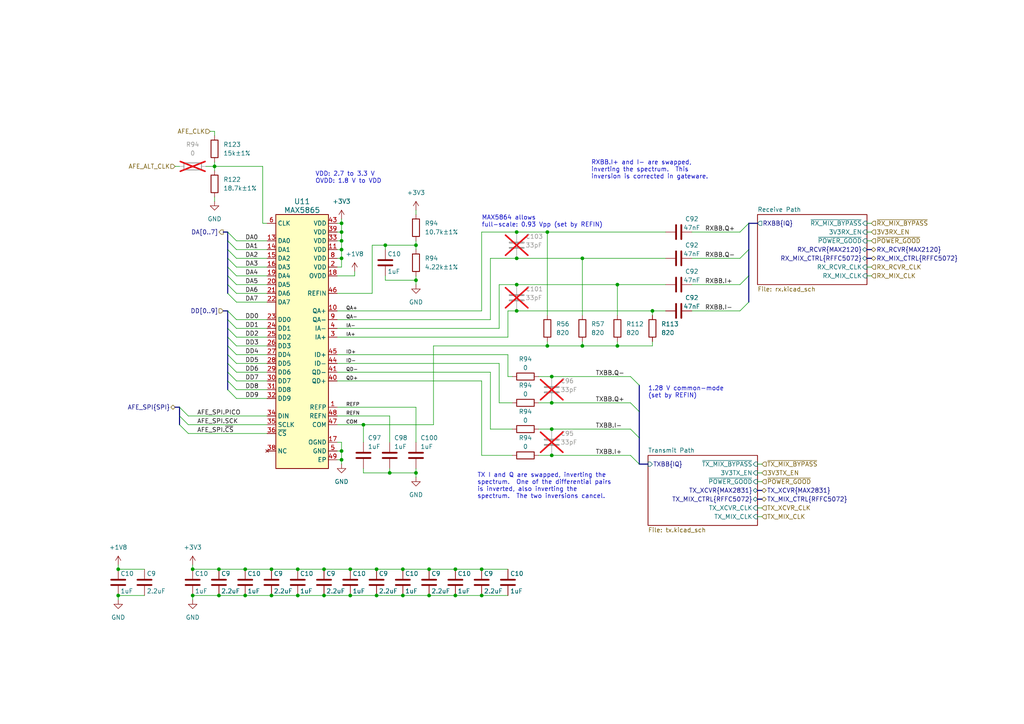
<source format=kicad_sch>
(kicad_sch (version 20230121) (generator eeschema)
  (paper "A4")
  (title_block (title "URTI Mainboard") (date "${DATE}") (rev "${VERSION}") (company "Copyright 2023 Great Scott Gadgets") (comment 1 "Licensed under the CERN-OHL-P v2"))
  (lib_symbols
    (symbol "Device:C" (pin_numbers hide) (pin_names (offset 0.254))
      (property "Reference" "C" (at 0.635 2.54 0))
      (property "Value" "C" (at 0.635 -2.54 0))
      (symbol "C_0_1"
        (polyline (pts (xy -2.032 -0.762) (xy 2.032 -0.762)) (stroke (width 0.508)))
        (polyline (pts (xy -2.032 0.762) (xy 2.032 0.762)) (stroke (width 0.508)))
      )
      (symbol "C_1_1"
        (pin passive line (at 0 3.81 270) (length 2.794) (name "~") (number "1"))
        (pin passive line (at 0 -3.81 90) (length 2.794) (name "~") (number "2"))
      )
    )
    (symbol "Device:R" (pin_numbers hide) (pin_names (offset 0))
      (property "Reference" "R" (at 2.032 0 90))
      (property "Value" "R" (at 0 0 90))
      (symbol "R_0_1"
        (rectangle (start -1.016 -2.54) (end 1.016 2.54) (stroke (width 0.254)))
      )
      (symbol "R_1_1"
        (pin passive line (at 0 3.81 270) (length 1.27) (name "~") (number "1"))
        (pin passive line (at 0 -3.81 90) (length 1.27) (name "~") (number "2"))
      )
    )
    (symbol "GND_1" (power) (pin_names (offset 0))
      (property "Value" "GND_1" (at 0 -3.81 0))
      (symbol "GND_1_0_1"
        (polyline (pts (xy 0 0) (xy 0 -1.27) (xy 1.27 -1.27) (xy 0 -2.54) (xy -1.27 -1.27) (xy 0 -1.27)))
      )
      (symbol "GND_1_1_1"
        (pin power_in line (at 0 0 270) (length 0) hide (name "GND") (number "1"))
      )
    )
    (symbol "power:+1V8" (power) (pin_names (offset 0))
      (property "Value" "+1V8" (at 0 3.556 0))
      (symbol "+1V8_0_1"
        (polyline (pts (xy -0.762 1.27) (xy 0 2.54)))
        (polyline (pts (xy 0 0) (xy 0 2.54)))
        (polyline (pts (xy 0 2.54) (xy 0.762 1.27)))
      )
      (symbol "+1V8_1_1"
        (pin power_in line (at 0 0 90) (length 0) hide (name "+1V8") (number "1"))
      )
    )
    (symbol "power:+3V3" (power) (pin_names (offset 0))
      (property "Value" "+3V3" (at 0 3.556 0))
      (symbol "+3V3_0_1"
        (polyline (pts (xy -0.762 1.27) (xy 0 2.54)))
        (polyline (pts (xy 0 0) (xy 0 2.54)))
        (polyline (pts (xy 0 2.54) (xy 0.762 1.27)))
      )
      (symbol "+3V3_1_1"
        (pin power_in line (at 0 0 90) (length 0) hide (name "+3V3") (number "1"))
      )
    )
    (symbol "radio:MAX5865"
      (property "Reference" "U" (at 0 40.64 0))
      (property "Value" "MAX5865" (at 0 38.1 0))
      (symbol "MAX5865_1_1"
        (rectangle (start -7.62 36.83) (end 7.62 -36.83) (stroke (width 0.254)) (fill (type background)))
        (pin output line (at 10.16 -19.05 180) (length 2.54) (name "REFP") (number "1"))
        (pin input line (at 10.16 8.89 180) (length 2.54) (name "QA+") (number "10"))
        (pin power_in line (at 10.16 26.67 180) (length 2.54) (name "VDD") (number "11"))
        (pin passive line (at 10.16 -31.75 180) (length 2.54) hide (name "GND") (number "12"))
        (pin output line (at -10.16 29.21 0) (length 2.54) (name "DA0") (number "13"))
        (pin output line (at -10.16 26.67 0) (length 2.54) (name "DA1") (number "14"))
        (pin output line (at -10.16 24.13 0) (length 2.54) (name "DA2") (number "15"))
        (pin output line (at -10.16 21.59 0) (length 2.54) (name "DA3") (number "16"))
        (pin power_in line (at 10.16 -29.21 180) (length 2.54) (name "OGND") (number "17"))
        (pin power_in line (at 10.16 19.05 180) (length 2.54) (name "OVDD") (number "18"))
        (pin output line (at -10.16 19.05 0) (length 2.54) (name "DA4") (number "19"))
        (pin power_in line (at 10.16 21.59 180) (length 2.54) (name "VDD") (number "2"))
        (pin output line (at -10.16 16.51 0) (length 2.54) (name "DA5") (number "20"))
        (pin output line (at -10.16 13.97 0) (length 2.54) (name "DA6") (number "21"))
        (pin output line (at -10.16 11.43 0) (length 2.54) (name "DA7") (number "22"))
        (pin input line (at -10.16 6.35 0) (length 2.54) (name "DD0") (number "23"))
        (pin input line (at -10.16 3.81 0) (length 2.54) (name "DD1") (number "24"))
        (pin input line (at -10.16 1.27 0) (length 2.54) (name "DD2") (number "25"))
        (pin input line (at -10.16 -1.27 0) (length 2.54) (name "DD3") (number "26"))
        (pin input line (at -10.16 -3.81 0) (length 2.54) (name "DD4") (number "27"))
        (pin input line (at -10.16 -6.35 0) (length 2.54) (name "DD5") (number "28"))
        (pin input line (at -10.16 -8.89 0) (length 2.54) (name "DD6") (number "29"))
        (pin input line (at 10.16 1.27 180) (length 2.54) (name "IA+") (number "3"))
        (pin input line (at -10.16 -11.43 0) (length 2.54) (name "DD7") (number "30"))
        (pin input line (at -10.16 -13.97 0) (length 2.54) (name "DD8") (number "31"))
        (pin input line (at -10.16 -16.51 0) (length 2.54) (name "DD9") (number "32"))
        (pin power_in line (at 10.16 29.21 180) (length 2.54) (name "VDD") (number "33"))
        (pin input line (at -10.16 -21.59 0) (length 2.54) (name "DIN") (number "34"))
        (pin input line (at -10.16 -24.13 0) (length 2.54) (name "SCLK") (number "35"))
        (pin input line (at -10.16 -26.67 0) (length 2.54) (name "~{CS}") (number "36"))
        (pin passive line (at 10.16 -31.75 180) (length 2.54) hide (name "GND") (number "37"))
        (pin no_connect line (at -10.16 -31.75 0) (length 2.54) (name "NC") (number "38"))
        (pin power_in line (at 10.16 31.75 180) (length 2.54) (name "VDD") (number "39"))
        (pin input line (at 10.16 3.81 180) (length 2.54) (name "IA-") (number "4"))
        (pin output line (at 10.16 -11.43 180) (length 2.54) (name "QD+") (number "40"))
        (pin output line (at 10.16 -8.89 180) (length 2.54) (name "QD-") (number "41"))
        (pin passive line (at 10.16 -31.75 180) (length 2.54) hide (name "GND") (number "42"))
        (pin power_in line (at 10.16 34.29 180) (length 2.54) (name "VDD") (number "43"))
        (pin output line (at 10.16 -6.35 180) (length 2.54) (name "ID-") (number "44"))
        (pin output line (at 10.16 -3.81 180) (length 2.54) (name "ID+") (number "45"))
        (pin input line (at 10.16 13.97 180) (length 2.54) (name "REFIN") (number "46"))
        (pin output line (at 10.16 -24.13 180) (length 2.54) (name "COM") (number "47"))
        (pin output line (at 10.16 -21.59 180) (length 2.54) (name "REFN") (number "48"))
        (pin power_in line (at 10.16 -34.29 180) (length 2.54) (name "EP") (number "49"))
        (pin power_in line (at 10.16 -31.75 180) (length 2.54) (name "GND") (number "5"))
        (pin input line (at -10.16 34.29 0) (length 2.54) (name "CLK") (number "6"))
        (pin passive line (at 10.16 -31.75 180) (length 2.54) hide (name "GND") (number "7"))
        (pin power_in line (at 10.16 24.13 180) (length 2.54) (name "VDD") (number "8"))
        (pin input line (at 10.16 6.35 180) (length 2.54) (name "QA-") (number "9"))
      )
    )
  )
  (bus_alias "IQ" (members "I+" "I-" "Q+" "Q-"))
  (bus_alias "RFFC5072" (members "~{RESET}" "~{EN}" "SCLK" "SDATA" "FM" "LD" "ENBL" "MODE"))
  (junction (at 99.06 64.77))
  (junction (at 139.7 172.72))
  (junction (at 101.6 172.72))
  (junction (at 63.5 172.72))
  (junction (at 93.98 172.72))
  (junction (at 62.23 48.26))
  (junction (at 99.06 133.35))
  (junction (at 160.02 109.22))
  (junction (at 109.22 165.1))
  (junction (at 113.03 137.16))
  (junction (at 99.06 74.93))
  (junction (at 120.65 81.28))
  (junction (at 168.91 74.93))
  (junction (at 78.74 165.1))
  (junction (at 99.06 67.31))
  (junction (at 149.86 74.93))
  (junction (at 158.75 100.33))
  (junction (at 99.06 72.39))
  (junction (at 99.06 69.85))
  (junction (at 99.06 130.81))
  (junction (at 124.46 172.72))
  (junction (at 139.7 165.1))
  (junction (at 116.84 172.72))
  (junction (at 101.6 165.1))
  (junction (at 179.07 82.55))
  (junction (at 105.41 123.19))
  (junction (at 124.46 165.1))
  (junction (at 55.88 172.72))
  (junction (at 93.98 165.1))
  (junction (at 189.23 90.17))
  (junction (at 120.65 137.16))
  (junction (at 120.65 71.12))
  (junction (at 132.08 172.72))
  (junction (at 71.12 172.72))
  (junction (at 160.02 116.84))
  (junction (at 86.36 172.72))
  (junction (at 168.91 100.33))
  (junction (at 86.36 165.1))
  (junction (at 78.74 172.72))
  (junction (at 116.84 165.1))
  (junction (at 132.08 165.1))
  (junction (at 71.12 165.1))
  (junction (at 160.02 124.46))
  (junction (at 111.76 71.12))
  (junction (at 55.88 165.1))
  (junction (at 34.29 172.72))
  (junction (at 34.29 165.1))
  (junction (at 160.02 132.08))
  (junction (at 109.22 172.72))
  (junction (at 158.75 67.31))
  (junction (at 149.86 67.31))
  (junction (at 63.5 165.1))
  (junction (at 179.07 100.33))
  (junction (at 149.86 90.17))
  (junction (at 149.86 82.55))
  (bus_entry (at 66.04 100.33) (size 2.54 2.54))
  (bus_entry (at 182.88 132.08) (size 2.54 2.54))
  (bus_entry (at 66.04 95.25) (size 2.54 2.54))
  (bus_entry (at 66.04 67.31) (size 2.54 2.54))
  (bus_entry (at 214.63 82.55) (size 2.54 -2.54))
  (bus_entry (at 66.04 85.09) (size 2.54 2.54))
  (bus_entry (at 66.04 110.49) (size 2.54 2.54))
  (bus_entry (at 182.88 124.46) (size 2.54 2.54))
  (bus_entry (at 66.04 107.95) (size 2.54 2.54))
  (bus_entry (at 66.04 102.87) (size 2.54 2.54))
  (bus_entry (at 52.07 120.65) (size 2.54 2.54))
  (bus_entry (at 214.63 90.17) (size 2.54 -2.54))
  (bus_entry (at 66.04 72.39) (size 2.54 2.54))
  (bus_entry (at 66.04 77.47) (size 2.54 2.54))
  (bus_entry (at 66.04 82.55) (size 2.54 2.54))
  (bus_entry (at 66.04 92.71) (size 2.54 2.54))
  (bus_entry (at 214.63 74.93) (size 2.54 -2.54))
  (bus_entry (at 214.63 67.31) (size 2.54 -2.54))
  (bus_entry (at 66.04 69.85) (size 2.54 2.54))
  (bus_entry (at 52.07 123.19) (size 2.54 2.54))
  (bus_entry (at 182.88 116.84) (size 2.54 2.54))
  (bus_entry (at 66.04 113.03) (size 2.54 2.54))
  (bus_entry (at 66.04 90.17) (size 2.54 2.54))
  (bus_entry (at 52.07 118.11) (size 2.54 2.54))
  (bus_entry (at 66.04 80.01) (size 2.54 2.54))
  (bus_entry (at 182.88 109.22) (size 2.54 2.54))
  (bus_entry (at 66.04 97.79) (size 2.54 2.54))
  (bus_entry (at 66.04 105.41) (size 2.54 2.54))
  (bus_entry (at 66.04 74.93) (size 2.54 2.54))
  (wire (pts (xy 142.24 124.46) (xy 148.59 124.46)))
  (wire (pts (xy 68.58 80.01) (xy 77.47 80.01)))
  (wire (pts (xy 99.06 77.47) (xy 97.79 77.47)))
  (wire (pts (xy 120.65 118.11) (xy 120.65 128.27)))
  (wire (pts (xy 139.7 132.08) (xy 148.59 132.08)))
  (wire (pts (xy 68.58 107.95) (xy 77.47 107.95)))
  (wire (pts (xy 160.02 109.22) (xy 182.88 109.22)))
  (wire (pts (xy 63.5 165.1) (xy 71.12 165.1)))
  (wire (pts (xy 99.06 130.81) (xy 99.06 133.35)))
  (wire (pts (xy 101.6 172.72) (xy 109.22 172.72)))
  (wire (pts (xy 120.65 71.12) (xy 120.65 72.39)))
  (wire (pts (xy 120.65 81.28) (xy 120.65 82.55)))
  (wire (pts (xy 179.07 82.55) (xy 193.04 82.55)))
  (bus (pts (xy 64.77 90.17) (xy 66.04 90.17)))
  (bus (pts (xy 185.42 119.38) (xy 185.42 127)))
  (wire (pts (xy 111.76 71.12) (xy 120.65 71.12)))
  (wire (pts (xy 132.08 165.1) (xy 139.7 165.1)))
  (wire (pts (xy 97.79 97.79) (xy 147.32 97.79)))
  (wire (pts (xy 99.06 69.85) (xy 99.06 72.39)))
  (wire (pts (xy 97.79 67.31) (xy 99.06 67.31)))
  (wire (pts (xy 99.06 67.31) (xy 99.06 69.85)))
  (bus (pts (xy 66.04 105.41) (xy 66.04 107.95)))
  (wire (pts (xy 120.65 137.16) (xy 120.65 135.89)))
  (wire (pts (xy 62.23 48.26) (xy 62.23 49.53)))
  (wire (pts (xy 113.03 120.65) (xy 113.03 128.27)))
  (wire (pts (xy 168.91 74.93) (xy 193.04 74.93)))
  (wire (pts (xy 97.79 85.09) (xy 107.95 85.09)))
  (bus (pts (xy 66.04 107.95) (xy 66.04 110.49)))
  (bus (pts (xy 66.04 82.55) (xy 66.04 85.09)))
  (wire (pts (xy 86.36 172.72) (xy 93.98 172.72)))
  (wire (pts (xy 34.29 172.72) (xy 41.91 172.72)))
  (bus (pts (xy 66.04 77.47) (xy 66.04 80.01)))
  (wire (pts (xy 97.79 69.85) (xy 99.06 69.85)))
  (wire (pts (xy 144.78 116.84) (xy 148.59 116.84)))
  (wire (pts (xy 105.41 137.16) (xy 113.03 137.16)))
  (bus (pts (xy 66.04 69.85) (xy 66.04 72.39)))
  (wire (pts (xy 97.79 74.93) (xy 99.06 74.93)))
  (wire (pts (xy 76.2 48.26) (xy 76.2 64.77)))
  (bus (pts (xy 217.17 72.39) (xy 217.17 64.77)))
  (bus (pts (xy 185.42 134.62) (xy 187.96 134.62)))
  (wire (pts (xy 63.5 172.72) (xy 71.12 172.72)))
  (wire (pts (xy 34.29 163.83) (xy 34.29 165.1)))
  (wire (pts (xy 97.79 130.81) (xy 99.06 130.81)))
  (wire (pts (xy 60.96 38.1) (xy 62.23 38.1)))
  (wire (pts (xy 149.86 67.31) (xy 158.75 67.31)))
  (wire (pts (xy 93.98 165.1) (xy 101.6 165.1)))
  (wire (pts (xy 156.21 132.08) (xy 160.02 132.08)))
  (wire (pts (xy 76.2 64.77) (xy 77.47 64.77)))
  (wire (pts (xy 71.12 172.72) (xy 78.74 172.72)))
  (wire (pts (xy 101.6 165.1) (xy 109.22 165.1)))
  (wire (pts (xy 139.7 172.72) (xy 147.32 172.72)))
  (wire (pts (xy 97.79 123.19) (xy 105.41 123.19)))
  (wire (pts (xy 105.41 135.89) (xy 105.41 137.16)))
  (bus (pts (xy 219.71 144.78) (xy 220.98 144.78)))
  (wire (pts (xy 97.79 90.17) (xy 139.7 90.17)))
  (wire (pts (xy 113.03 135.89) (xy 113.03 137.16)))
  (wire (pts (xy 160.02 116.84) (xy 182.88 116.84)))
  (wire (pts (xy 124.46 165.1) (xy 132.08 165.1)))
  (wire (pts (xy 251.46 69.85) (xy 252.73 69.85)))
  (wire (pts (xy 97.79 133.35) (xy 99.06 133.35)))
  (wire (pts (xy 99.06 128.27) (xy 99.06 130.81)))
  (wire (pts (xy 99.06 63.5) (xy 99.06 64.77)))
  (wire (pts (xy 142.24 92.71) (xy 142.24 74.93)))
  (bus (pts (xy 66.04 97.79) (xy 66.04 100.33)))
  (wire (pts (xy 189.23 90.17) (xy 193.04 90.17)))
  (wire (pts (xy 59.69 48.26) (xy 62.23 48.26)))
  (bus (pts (xy 66.04 100.33) (xy 66.04 102.87)))
  (wire (pts (xy 68.58 102.87) (xy 77.47 102.87)))
  (wire (pts (xy 149.86 74.93) (xy 168.91 74.93)))
  (wire (pts (xy 99.06 74.93) (xy 99.06 77.47)))
  (bus (pts (xy 52.07 120.65) (xy 52.07 123.19)))
  (wire (pts (xy 68.58 110.49) (xy 77.47 110.49)))
  (bus (pts (xy 217.17 87.63) (xy 217.17 80.01)))
  (bus (pts (xy 66.04 72.39) (xy 66.04 74.93)))
  (wire (pts (xy 111.76 81.28) (xy 120.65 81.28)))
  (wire (pts (xy 158.75 100.33) (xy 168.91 100.33)))
  (bus (pts (xy 50.8 118.11) (xy 52.07 118.11)))
  (wire (pts (xy 86.36 165.1) (xy 93.98 165.1)))
  (wire (pts (xy 156.21 124.46) (xy 160.02 124.46)))
  (wire (pts (xy 214.63 82.55) (xy 200.66 82.55)))
  (wire (pts (xy 147.32 109.22) (xy 148.59 109.22)))
  (wire (pts (xy 107.95 71.12) (xy 111.76 71.12)))
  (wire (pts (xy 68.58 82.55) (xy 77.47 82.55)))
  (wire (pts (xy 68.58 115.57) (xy 77.47 115.57)))
  (wire (pts (xy 168.91 100.33) (xy 179.07 100.33)))
  (bus (pts (xy 66.04 95.25) (xy 66.04 97.79)))
  (wire (pts (xy 125.73 100.33) (xy 158.75 100.33)))
  (wire (pts (xy 109.22 165.1) (xy 116.84 165.1)))
  (wire (pts (xy 55.88 165.1) (xy 55.88 163.83)))
  (wire (pts (xy 97.79 107.95) (xy 142.24 107.95)))
  (wire (pts (xy 251.46 67.31) (xy 252.73 67.31)))
  (wire (pts (xy 111.76 71.12) (xy 111.76 72.39)))
  (wire (pts (xy 116.84 165.1) (xy 124.46 165.1)))
  (bus (pts (xy 64.77 67.31) (xy 66.04 67.31)))
  (bus (pts (xy 66.04 92.71) (xy 66.04 95.25)))
  (wire (pts (xy 120.65 138.43) (xy 120.65 137.16)))
  (wire (pts (xy 102.87 78.74) (xy 102.87 80.01)))
  (wire (pts (xy 62.23 46.99) (xy 62.23 48.26)))
  (wire (pts (xy 147.32 90.17) (xy 149.86 90.17)))
  (bus (pts (xy 185.42 111.76) (xy 185.42 119.38)))
  (wire (pts (xy 200.66 67.31) (xy 214.63 67.31)))
  (bus (pts (xy 66.04 80.01) (xy 66.04 82.55)))
  (bus (pts (xy 185.42 127) (xy 185.42 134.62)))
  (wire (pts (xy 97.79 80.01) (xy 102.87 80.01)))
  (wire (pts (xy 158.75 67.31) (xy 193.04 67.31)))
  (wire (pts (xy 68.58 97.79) (xy 77.47 97.79)))
  (wire (pts (xy 189.23 99.06) (xy 189.23 100.33)))
  (wire (pts (xy 34.29 173.99) (xy 34.29 172.72)))
  (wire (pts (xy 68.58 77.47) (xy 77.47 77.47)))
  (wire (pts (xy 68.58 74.93) (xy 77.47 74.93)))
  (bus (pts (xy 217.17 80.01) (xy 217.17 72.39)))
  (wire (pts (xy 97.79 105.41) (xy 144.78 105.41)))
  (bus (pts (xy 66.04 90.17) (xy 66.04 92.71)))
  (bus (pts (xy 66.04 110.49) (xy 66.04 113.03)))
  (wire (pts (xy 156.21 116.84) (xy 160.02 116.84)))
  (wire (pts (xy 55.88 172.72) (xy 55.88 173.99)))
  (wire (pts (xy 55.88 165.1) (xy 63.5 165.1)))
  (wire (pts (xy 68.58 113.03) (xy 77.47 113.03)))
  (wire (pts (xy 219.71 147.32) (xy 220.98 147.32)))
  (wire (pts (xy 160.02 124.46) (xy 182.88 124.46)))
  (wire (pts (xy 251.46 77.47) (xy 252.73 77.47)))
  (wire (pts (xy 139.7 90.17) (xy 139.7 67.31)))
  (wire (pts (xy 93.98 172.72) (xy 101.6 172.72)))
  (wire (pts (xy 97.79 120.65) (xy 113.03 120.65)))
  (bus (pts (xy 251.46 72.39) (xy 252.73 72.39)))
  (wire (pts (xy 97.79 118.11) (xy 120.65 118.11)))
  (wire (pts (xy 97.79 95.25) (xy 144.78 95.25)))
  (wire (pts (xy 147.32 97.79) (xy 147.32 90.17)))
  (wire (pts (xy 219.71 137.16) (xy 220.98 137.16)))
  (wire (pts (xy 50.8 48.26) (xy 52.07 48.26)))
  (wire (pts (xy 156.21 109.22) (xy 160.02 109.22)))
  (wire (pts (xy 54.61 120.65) (xy 77.47 120.65)))
  (wire (pts (xy 144.78 82.55) (xy 144.78 95.25)))
  (wire (pts (xy 97.79 92.71) (xy 142.24 92.71)))
  (wire (pts (xy 214.63 90.17) (xy 200.66 90.17)))
  (wire (pts (xy 158.75 91.44) (xy 158.75 67.31)))
  (bus (pts (xy 66.04 74.93) (xy 66.04 77.47)))
  (wire (pts (xy 120.65 69.85) (xy 120.65 71.12)))
  (wire (pts (xy 251.46 80.01) (xy 252.73 80.01)))
  (wire (pts (xy 97.79 110.49) (xy 139.7 110.49)))
  (wire (pts (xy 34.29 165.1) (xy 41.91 165.1)))
  (wire (pts (xy 113.03 137.16) (xy 120.65 137.16)))
  (wire (pts (xy 220.98 139.7) (xy 219.71 139.7)))
  (wire (pts (xy 54.61 125.73) (xy 77.47 125.73)))
  (wire (pts (xy 99.06 72.39) (xy 99.06 74.93)))
  (wire (pts (xy 68.58 100.33) (xy 77.47 100.33)))
  (wire (pts (xy 62.23 38.1) (xy 62.23 39.37)))
  (bus (pts (xy 52.07 118.11) (xy 52.07 120.65)))
  (wire (pts (xy 149.86 90.17) (xy 189.23 90.17)))
  (wire (pts (xy 120.65 60.96) (xy 120.65 62.23)))
  (wire (pts (xy 105.41 123.19) (xy 105.41 128.27)))
  (wire (pts (xy 160.02 132.08) (xy 182.88 132.08)))
  (wire (pts (xy 99.06 133.35) (xy 99.06 134.62)))
  (wire (pts (xy 62.23 57.15) (xy 62.23 58.42)))
  (wire (pts (xy 54.61 123.19) (xy 77.47 123.19)))
  (wire (pts (xy 214.63 74.93) (xy 200.66 74.93)))
  (wire (pts (xy 78.74 165.1) (xy 86.36 165.1)))
  (wire (pts (xy 97.79 64.77) (xy 99.06 64.77)))
  (wire (pts (xy 168.91 74.93) (xy 168.91 91.44)))
  (wire (pts (xy 132.08 172.72) (xy 139.7 172.72)))
  (wire (pts (xy 109.22 172.72) (xy 116.84 172.72)))
  (wire (pts (xy 158.75 99.06) (xy 158.75 100.33)))
  (wire (pts (xy 149.86 82.55) (xy 179.07 82.55)))
  (wire (pts (xy 105.41 123.19) (xy 125.73 123.19)))
  (wire (pts (xy 189.23 90.17) (xy 189.23 91.44)))
  (wire (pts (xy 179.07 99.06) (xy 179.07 100.33)))
  (wire (pts (xy 142.24 74.93) (xy 149.86 74.93)))
  (wire (pts (xy 68.58 85.09) (xy 77.47 85.09)))
  (wire (pts (xy 99.06 64.77) (xy 99.06 67.31)))
  (wire (pts (xy 107.95 85.09) (xy 107.95 71.12)))
  (wire (pts (xy 219.71 134.62) (xy 220.98 134.62)))
  (wire (pts (xy 68.58 95.25) (xy 77.47 95.25)))
  (wire (pts (xy 78.74 172.72) (xy 86.36 172.72)))
  (wire (pts (xy 120.65 80.01) (xy 120.65 81.28)))
  (bus (pts (xy 66.04 67.31) (xy 66.04 69.85)))
  (wire (pts (xy 97.79 128.27) (xy 99.06 128.27)))
  (wire (pts (xy 111.76 80.01) (xy 111.76 81.28)))
  (wire (pts (xy 139.7 67.31) (xy 149.86 67.31)))
  (wire (pts (xy 68.58 92.71) (xy 77.47 92.71)))
  (wire (pts (xy 68.58 105.41) (xy 77.47 105.41)))
  (wire (pts (xy 68.58 87.63) (xy 77.47 87.63)))
  (wire (pts (xy 179.07 82.55) (xy 179.07 91.44)))
  (wire (pts (xy 97.79 72.39) (xy 99.06 72.39)))
  (wire (pts (xy 116.84 172.72) (xy 124.46 172.72)))
  (wire (pts (xy 124.46 172.72) (xy 132.08 172.72)))
  (wire (pts (xy 251.46 64.77) (xy 252.73 64.77)))
  (wire (pts (xy 71.12 165.1) (xy 78.74 165.1)))
  (wire (pts (xy 219.71 149.86) (xy 220.98 149.86)))
  (wire (pts (xy 144.78 105.41) (xy 144.78 116.84)))
  (wire (pts (xy 68.58 72.39) (xy 77.47 72.39)))
  (wire (pts (xy 179.07 100.33) (xy 189.23 100.33)))
  (bus (pts (xy 217.17 64.77) (xy 219.71 64.77)))
  (wire (pts (xy 97.79 102.87) (xy 147.32 102.87)))
  (wire (pts (xy 149.86 82.55) (xy 144.78 82.55)))
  (bus (pts (xy 219.71 142.24) (xy 220.98 142.24)))
  (wire (pts (xy 68.58 69.85) (xy 77.47 69.85)))
  (wire (pts (xy 55.88 172.72) (xy 63.5 172.72)))
  (wire (pts (xy 147.32 109.22) (xy 147.32 102.87)))
  (wire (pts (xy 142.24 107.95) (xy 142.24 124.46)))
  (wire (pts (xy 125.73 123.19) (xy 125.73 100.33)))
  (wire (pts (xy 168.91 99.06) (xy 168.91 100.33)))
  (bus (pts (xy 251.46 74.93) (xy 252.73 74.93)))
  (wire (pts (xy 62.23 48.26) (xy 76.2 48.26)))
  (wire (pts (xy 139.7 165.1) (xy 147.32 165.1)))
  (bus (pts (xy 66.04 102.87) (xy 66.04 105.41)))
  (wire (pts (xy 139.7 110.49) (xy 139.7 132.08)))
  (text "MAX5864 allows\nfull-scale: 0.93 Vpp (set by REFIN)" (at 139.7 66.04 0) (effects (font (size 1.27 1.27)) (justify left bottom)))
  (text "VDD: 2.7 to 3.3 V\nOVDD: 1.8 V to VDD" (at 91.44 53.34 0) (effects (font (size 1.27 1.27)) (justify left bottom)))
  (text "RXBB.I+ and I- are swapped,\ninverting the spectrum.  This\ninversion is corrected in gateware." (at 171.45 52.07 0) (effects (font (size 1.27 1.27)) (justify left bottom)))
  (text "1.28 V common-mode\n(set by REFIN)" (at 187.96 115.57 0) (effects (font (size 1.27 1.27)) (justify left bottom)))
  (text "TX I and Q are swapped, inverting the\nspectrum.  One of the differential pairs\nis inverted, also inverting the\nspectrum.  The two inversions cancel." (at 138.43 144.78 0) (effects (font (size 1.27 1.27)) (justify left bottom)))
  (label "AFE_SPI.SCK" (at 57.15 123.19 0))
  (label "QD+" (at 100.33 110.49 0) (effects (font (size 1.016 1.016))))
  (label "TXBB.I+" (at 172.72 132.08 0))
  (label "TXBB.I-" (at 172.72 124.46 0))
  (label "ID+" (at 100.33 102.87 0) (effects (font (size 1.016 1.016))))
  (label "REFP" (at 100.33 118.11 0) (effects (font (size 1.016 1.016))))
  (label "DD1" (at 71.12 95.25 0))
  (label "IA-" (at 100.33 95.25 0) (effects (font (size 1.016 1.016))))
  (label "RXBB.I+" (at 204.47 82.55 0))
  (label "RXBB.I-" (at 204.47 90.17 0))
  (label "REFN" (at 100.33 120.65 0) (effects (font (size 1.016 1.016))))
  (label "QD-" (at 100.33 107.95 0) (effects (font (size 1.016 1.016))))
  (label "DD4" (at 71.12 102.87 0))
  (label "DD2" (at 71.12 97.79 0))
  (label "DD8" (at 71.12 113.03 0))
  (label "AFE_SPI.PICO" (at 57.15 120.65 0))
  (label "COM" (at 100.33 123.19 0) (effects (font (size 1.016 1.016))))
  (label "DA6" (at 71.12 85.09 0))
  (label "RXBB.Q-" (at 204.47 74.93 0))
  (label "AFE_SPI.~{CS}" (at 57.15 125.73 0))
  (label "DD3" (at 71.12 100.33 0))
  (label "ID-" (at 100.33 105.41 0) (effects (font (size 1.016 1.016))))
  (label "DA5" (at 71.12 82.55 0))
  (label "DA4" (at 71.12 80.01 0))
  (label "DD6" (at 71.12 107.95 0))
  (label "DA3" (at 71.12 77.47 0))
  (label "DA2" (at 71.12 74.93 0))
  (label "TXBB.Q-" (at 172.72 109.22 0))
  (label "RXBB.Q+" (at 204.47 67.31 0))
  (label "QA+" (at 100.33 90.17 0) (effects (font (size 1.016 1.016))))
  (label "IA+" (at 100.33 97.79 0) (effects (font (size 1.016 1.016))))
  (label "TXBB.Q+" (at 172.72 116.84 0))
  (label "DD7" (at 71.12 110.49 0))
  (label "DA0" (at 71.12 69.85 0))
  (label "DA7" (at 71.12 87.63 0))
  (label "DD0" (at 71.12 92.71 0))
  (label "DD9" (at 71.12 115.57 0))
  (label "DA1" (at 71.12 72.39 0))
  (label "QA-" (at 100.33 92.71 0) (effects (font (size 1.016 1.016))))
  (label "DD5" (at 71.12 105.41 0))
  (hierarchical_label "RX_MIX_CLK" (shape input) (at 252.73 80.01 0))
  (hierarchical_label "TX_MIX_CTRL{RFFC5072}" (shape bidirectional) (at 220.98 144.78 0))
  (hierarchical_label "~{POWER_GOOD}" (shape input) (at 252.73 69.85 0))
  (hierarchical_label "3V3TX_EN" (shape input) (at 220.98 137.16 0))
  (hierarchical_label "~{TX_MIX_BYPASS}" (shape input) (at 220.98 134.62 0))
  (hierarchical_label "DA[0..7]" (shape output) (at 64.77 67.31 180))
  (hierarchical_label "TX_XCVR{MAX2831}" (shape bidirectional) (at 220.98 142.24 0))
  (hierarchical_label "AFE_ALT_CLK" (shape input) (at 50.8 48.26 180))
  (hierarchical_label "3V3RX_EN" (shape input) (at 252.73 67.31 0))
  (hierarchical_label "RX_RCVR{MAX2120}" (shape bidirectional) (at 252.73 72.39 0))
  (hierarchical_label "~{POWER_GOOD}" (shape input) (at 220.98 139.7 0))
  (hierarchical_label "DD[0..9]" (shape input) (at 64.77 90.17 180))
  (hierarchical_label "TX_XCVR_CLK" (shape input) (at 220.98 147.32 0))
  (hierarchical_label "RX_RCVR_CLK" (shape input) (at 252.73 77.47 0))
  (hierarchical_label "AFE_SPI{SPI}" (shape bidirectional) (at 50.8 118.11 180))
  (hierarchical_label "~{RX_MIX_BYPASS}" (shape input) (at 252.73 64.77 0))
  (hierarchical_label "AFE_CLK" (shape input) (at 60.96 38.1 180))
  (hierarchical_label "RX_MIX_CTRL{RFFC5072}" (shape bidirectional) (at 252.73 74.93 0))
  (hierarchical_label "TX_MIX_CLK" (shape input) (at 220.98 149.86 0))
  (symbol (lib_id "Device:C") (at 105.41 132.08 0) (unit 1)
    (property "Reference" "C97" (at 106.68 127 0) (effects (justify left)))
    (property "Value" "1uF" (at 106.68 129.54 0) (effects (justify left)))
    (property "Footprint" "Capacitor_SMD:C_0201_0603Metric" (effects hide))
    (property "Manufacturer" "Murata" (effects hide))
    (property "Part Number" "GRM033R61A105ME44D" (effects hide))
    (property "Description" "CAP CER 1UF 10V X5R 0201" (effects hide))
    (property "Substitution" "GRM033R61A105ME44*, GRM033R61C105ME15*, Samsung CL03A105MO3NRN*" (effects hide))
    (instances (project "hackrf-one" (path "" (reference "C97") (unit 1))) (project "mainboard" (path "" (reference "C71") (unit 1))))
  )
  (symbol (lib_id "Device:R") (at 120.65 66.04 0) (mirror y) (unit 1)
    (property "Reference" "R94" (at 123.19 64.77 0) (effects (justify right)))
    (property "Value" "10.7k±1%" (at 123.19 67.31 0) (effects (justify right)))
    (property "Footprint" "Resistor_SMD:R_0402_1005Metric" (effects hide))
    (property "Part Number" "RC0402FR-0710K7L" (effects hide))
    (property "Substitution" "any equivalent" (effects hide))
    (property "Description" "RES 10.7K OHM 1% 1/16W 0402" (effects hide))
    (property "Manufacturer" "Yageo" (effects hide))
    (instances (project "mainboard" (path "" (reference "R94") (unit 1)) (path "" (reference "R54") (unit 1))))
  )
  (symbol (lib_id "Device:C") (at 116.84 168.91 0) (unit 1)
    (property "Reference" "C10" (at 117.475 166.37 0) (effects (justify left)))
    (property "Value" "1uF" (at 117.475 171.45 0) (effects (justify left)))
    (property "Footprint" "Capacitor_SMD:C_0201_0603Metric" (effects hide))
    (property "Part Number" "GRM033R61A105ME44D" (effects hide))
    (property "Substitution" "GRM033R61A105ME44*, GRM033R61C105ME15*, Samsung CL03A105MO3NRN*" (effects hide))
    (property "Description" "CAP CER 1UF 10V X5R 0201" (effects hide))
    (property "Manufacturer" "Murata" (effects hide))
    (instances (project "mainboard" (path "" (reference "C10") (unit 1)) (path "" (reference "C76") (unit 1))))
  )
  (symbol (lib_id "Device:R") (at 189.23 95.25 0) (mirror y) (unit 1)
    (property "Reference" "R113" (at 191.77 93.98 0) (effects (justify right)))
    (property "Value" "820" (at 191.77 96.52 0) (effects (justify right)))
    (instances (project "mainboard" (path "" (reference "R113") (unit 1)) (path "" (reference "R59") (unit 1)) (path "" (reference "R63") (unit 1))))
  )
  (symbol (lib_name "GND_1") (lib_id "power:GND") (at 99.06 134.62 0) (unit 1)
    (property "Reference" "#PWR0184" (effects hide))
    (property "Value" "GND" (at 99.06 139.7 0))
  )
  (symbol (lib_id "Device:R") (at 152.4 124.46 270) (mirror x) (unit 1)
    (property "Reference" "R94" (at 152.4 119.38 90))
    (property "Value" "0" (at 152.4 121.92 90))
    (property "Footprint" "Resistor_SMD:R_0201_0603Metric" (effects hide))
    (property "Substitution" "any equivalent" (effects hide))
    (instances (project "mainboard" (path "" (reference "R94") (unit 1)) (path "" (reference "R52") (unit 1))))
  )
  (symbol (lib_id "power:+3V3") (at 120.65 60.96 0) (unit 1)
    (property "Reference" "#PWR0179" (effects hide))
    (property "Value" "+3V3" (at 120.65 55.88 0))
  )
  (symbol (lib_id "Device:C") (at 111.76 76.2 0) (unit 1)
    (property "Reference" "C10" (at 112.395 73.66 0) (effects (justify left)))
    (property "Value" "1uF" (at 112.395 78.74 0) (effects (justify left)))
    (property "Footprint" "Capacitor_SMD:C_0201_0603Metric" (effects hide))
    (property "Part Number" "GRM033R61A105ME44D" (effects hide))
    (property "Substitution" "GRM033R61A105ME44*, GRM033R61C105ME15*, Samsung CL03A105MO3NRN*" (effects hide))
    (property "Description" "CAP CER 1UF 10V X5R 0201" (effects hide))
    (property "Manufacturer" "Murata" (effects hide))
    (instances (project "mainboard" (path "" (reference "C10") (unit 1)) (path "" (reference "C165") (unit 1))))
  )
  (symbol (lib_id "Device:R") (at 62.23 53.34 0) (unit 1)
    (property "Reference" "R122" (at 64.77 52.07 0) (effects (justify left)))
    (property "Value" "18.7k±1%" (at 64.77 54.61 0) (effects (justify left)))
    (property "Footprint" "Resistor_SMD:R_0402_1005Metric" (effects hide))
    (property "Description" "RES SMD 18.7K OHM 1% 1/10W 0402" (effects hide))
    (property "Manufacturer" "Panasonic" (effects hide))
    (property "Part Number" "ERJ-2RKF1872X" (effects hide))
    (property "Substitution" "any equivalent" (effects hide))
    (instances (project "mainboard" (path "" (reference "R122") (unit 1)) (path "" (reference "R31") (unit 1))))
  )
  (symbol (lib_id "Device:C") (at 160.02 113.03 0) (unit 1) (dnp yes)
    (property "Reference" "C96" (at 162.56 110.49 0) (effects (justify left)))
    (property "Value" "33pF" (at 162.56 113.03 0) (effects (justify left)))
    (property "Footprint" "Capacitor_SMD:C_0201_0603Metric" (effects hide))
    (property "Manufacturer" "Samsung" (effects hide))
    (property "Part Number" "CL03C330JA3NNNC" (effects hide))
    (property "Description" "CAP CER 33PF 25V C0G/NP0 0201" (effects hide))
    (instances (project "hackrf-one" (path "" (reference "C96") (unit 1))) (project "mainboard" (path "" (reference "C61") (unit 1))))
  )
  (symbol (lib_id "Device:R") (at 179.07 95.25 0) (mirror y) (unit 1)
    (property "Reference" "R112" (at 181.61 93.98 0) (effects (justify right)))
    (property "Value" "820" (at 181.61 96.52 0) (effects (justify right)))
    (instances (project "mainboard" (path "" (reference "R112") (unit 1)) (path "" (reference "R59") (unit 1)) (path "" (reference "R63") (unit 1))))
  )
  (symbol (lib_id "Device:C") (at 71.12 168.91 0) (unit 1)
    (property "Reference" "C10" (at 71.755 166.37 0) (effects (justify left)))
    (property "Value" "1uF" (at 71.755 171.45 0) (effects (justify left)))
    (property "Footprint" "Capacitor_SMD:C_0201_0603Metric" (effects hide))
    (property "Part Number" "GRM033R61A105ME44D" (effects hide))
    (property "Substitution" "GRM033R61A105ME44*, GRM033R61C105ME15*, Samsung CL03A105MO3NRN*" (effects hide))
    (property "Description" "CAP CER 1UF 10V X5R 0201" (effects hide))
    (property "Manufacturer" "Murata" (effects hide))
    (instances (project "mainboard" (path "" (reference "C10") (unit 1)) (path "" (reference "C67") (unit 1))))
  )
  (symbol (lib_id "Device:R") (at 152.4 116.84 270) (mirror x) (unit 1)
    (property "Reference" "R94" (at 152.4 111.76 90))
    (property "Value" "0" (at 152.4 114.3 90))
    (property "Footprint" "Resistor_SMD:R_0201_0603Metric" (effects hide))
    (property "Substitution" "any equivalent" (effects hide))
    (instances (project "mainboard" (path "" (reference "R94") (unit 1)) (path "" (reference "R51") (unit 1))))
  )
  (symbol (lib_id "Device:C") (at 196.85 67.31 90) (unit 1)
    (property "Reference" "C92" (at 200.66 63.5 90))
    (property "Value" "47nF" (at 200.66 66.04 90))
    (property "Footprint" "Capacitor_SMD:C_0201_0603Metric" (effects hide))
    (instances (project "mainboard" (path "" (reference "C92") (unit 1)) (path "" (reference "C100") (unit 1))))
  )
  (symbol (lib_id "Device:C") (at 149.86 86.36 180) (unit 1) (dnp yes)
    (property "Reference" "C101" (at 152.4 83.82 0) (effects (justify right)))
    (property "Value" "33pF" (at 152.4 86.36 0) (effects (justify right)))
    (property "Footprint" "Capacitor_SMD:C_0201_0603Metric" (effects hide))
    (property "Manufacturer" "Samsung" (effects hide))
    (property "Part Number" "CL03C330JA3NNNC" (effects hide))
    (property "Description" "CAP CER 33PF 25V C0G/NP0 0201" (effects hide))
    (instances (project "hackrf-one" (path "" (reference "C101") (unit 1))) (project "mainboard" (path "" (reference "C64") (unit 1))))
  )
  (symbol (lib_id "power:+3V3") (at 55.88 163.83 0) (unit 1)
    (property "Reference" "#PWR0158" (effects hide))
    (property "Value" "+3V3" (at 55.88 158.75 0))
  )
  (symbol (lib_id "Device:C") (at 41.91 168.91 0) (unit 1)
    (property "Reference" "C9" (at 42.545 166.37 0) (effects (justify left)))
    (property "Value" "2.2uF" (at 42.545 171.45 0) (effects (justify left)))
    (property "Footprint" "Capacitor_SMD:C_0402_1005Metric" (effects hide))
    (property "Description" "CAP CER 2.2UF 10V X5R 0402" (effects hide))
    (property "Manufacturer" "Murata" (effects hide))
    (property "Part Number" "GRM155R61A225KE95D" (effects hide))
    (property "Substitution" "GRM155R61A225*" (effects hide))
    (instances (project "mainboard" (path "" (reference "C9") (unit 1)) (path "" (reference "C82") (unit 1))))
  )
  (symbol (lib_id "power:+1V8") (at 34.29 163.83 0) (unit 1)
    (property "Reference" "#PWR0108" (effects hide))
    (property "Value" "+1V8" (at 34.29 158.75 0))
    (instances (project "mainboard" (path "" (reference "#PWR0108") (unit 1)) (path "" (reference "#PWR0153") (unit 1)) (path "" (reference "#PWR0178") (unit 1))))
  )
  (symbol (lib_id "Device:R") (at 168.91 95.25 0) (mirror y) (unit 1)
    (property "Reference" "R57" (at 171.45 93.98 0) (effects (justify right)))
    (property "Value" "820" (at 171.45 96.52 0) (effects (justify right)))
    (instances (project "mainboard" (path "" (reference "R57") (unit 1)) (path "" (reference "R59") (unit 1)) (path "" (reference "R63") (unit 1))))
  )
  (symbol (lib_id "Device:C") (at 101.6 168.91 0) (unit 1)
    (property "Reference" "C10" (at 102.235 166.37 0) (effects (justify left)))
    (property "Value" "1uF" (at 102.235 171.45 0) (effects (justify left)))
    (property "Footprint" "Capacitor_SMD:C_0201_0603Metric" (effects hide))
    (property "Part Number" "GRM033R61A105ME44D" (effects hide))
    (property "Substitution" "GRM033R61A105ME44*, GRM033R61C105ME15*, Samsung CL03A105MO3NRN*" (effects hide))
    (property "Description" "CAP CER 1UF 10V X5R 0201" (effects hide))
    (property "Manufacturer" "Murata" (effects hide))
    (instances (project "mainboard" (path "" (reference "C10") (unit 1)) (path "" (reference "C74") (unit 1))))
  )
  (symbol (lib_id "Device:C") (at 149.86 71.12 180) (unit 1) (dnp yes)
    (property "Reference" "C103" (at 152.4 68.58 0) (effects (justify right)))
    (property "Value" "33pF" (at 152.4 71.12 0) (effects (justify right)))
    (property "Footprint" "Capacitor_SMD:C_0201_0603Metric" (effects hide))
    (property "Manufacturer" "Samsung" (effects hide))
    (property "Part Number" "CL03C330JA3NNNC" (effects hide))
    (property "Description" "CAP CER 33PF 25V C0G/NP0 0201" (effects hide))
    (instances (project "hackrf-one" (path "" (reference "C103") (unit 1))) (project "mainboard" (path "" (reference "C65") (unit 1))))
  )
  (symbol (lib_id "Device:R") (at 152.4 109.22 270) (mirror x) (unit 1)
    (property "Reference" "R94" (at 152.4 104.14 90))
    (property "Value" "0" (at 152.4 106.68 90))
    (property "Footprint" "Resistor_SMD:R_0201_0603Metric" (effects hide))
    (property "Substitution" "any equivalent" (effects hide))
    (instances (project "mainboard" (path "" (reference "R94") (unit 1)) (path "" (reference "R50") (unit 1))))
  )
  (symbol (lib_id "power:+1V8") (at 102.87 78.74 0) (unit 1)
    (property "Reference" "#PWR0108" (effects hide))
    (property "Value" "+1V8" (at 102.87 73.66 0))
    (instances (project "mainboard" (path "" (reference "#PWR0108") (unit 1)) (path "" (reference "#PWR0153") (unit 1)) (path "" (reference "#PWR0177") (unit 1))))
  )
  (symbol (lib_id "Device:C") (at 196.85 82.55 90) (unit 1)
    (property "Reference" "C92" (at 200.66 78.74 90))
    (property "Value" "47nF" (at 200.66 81.28 90))
    (property "Footprint" "Capacitor_SMD:C_0201_0603Metric" (effects hide))
    (instances (project "mainboard" (path "" (reference "C92") (unit 1)) (path "" (reference "C102") (unit 1))))
  )
  (symbol (lib_id "Device:C") (at 34.29 168.91 0) (unit 1)
    (property "Reference" "C10" (at 34.925 166.37 0) (effects (justify left)))
    (property "Value" "1uF" (at 34.925 171.45 0) (effects (justify left)))
    (property "Footprint" "Capacitor_SMD:C_0201_0603Metric" (effects hide))
    (property "Part Number" "GRM033R61A105ME44D" (effects hide))
    (property "Substitution" "GRM033R61A105ME44*, GRM033R61C105ME15*, Samsung CL03A105MO3NRN*" (effects hide))
    (property "Description" "CAP CER 1UF 10V X5R 0201" (effects hide))
    (property "Manufacturer" "Murata" (effects hide))
    (instances (project "mainboard" (path "" (reference "C10") (unit 1)) (path "" (reference "C81") (unit 1))))
  )
  (symbol (lib_id "Device:C") (at 124.46 168.91 0) (unit 1)
    (property "Reference" "C9" (at 125.095 166.37 0) (effects (justify left)))
    (property "Value" "2.2uF" (at 125.095 171.45 0) (effects (justify left)))
    (property "Footprint" "Capacitor_SMD:C_0402_1005Metric" (effects hide))
    (property "Description" "CAP CER 2.2UF 10V X5R 0402" (effects hide))
    (property "Manufacturer" "Murata" (effects hide))
    (property "Part Number" "GRM155R61A225KE95D" (effects hide))
    (property "Substitution" "GRM155R61A225*" (effects hide))
    (instances (project "mainboard" (path "" (reference "C9") (unit 1)) (path "" (reference "C77") (unit 1))))
  )
  (symbol (lib_id "Device:C") (at 109.22 168.91 0) (unit 1)
    (property "Reference" "C9" (at 109.855 166.37 0) (effects (justify left)))
    (property "Value" "2.2uF" (at 109.855 171.45 0) (effects (justify left)))
    (property "Footprint" "Capacitor_SMD:C_0402_1005Metric" (effects hide))
    (property "Description" "CAP CER 2.2UF 10V X5R 0402" (effects hide))
    (property "Manufacturer" "Murata" (effects hide))
    (property "Part Number" "GRM155R61A225KE95D" (effects hide))
    (property "Substitution" "GRM155R61A225*" (effects hide))
    (instances (project "mainboard" (path "" (reference "C9") (unit 1)) (path "" (reference "C75") (unit 1))))
  )
  (symbol (lib_id "Device:R") (at 120.65 76.2 0) (mirror y) (unit 1)
    (property "Reference" "R94" (at 123.19 74.93 0) (effects (justify right)))
    (property "Value" "4.22k±1%" (at 123.19 77.47 0) (effects (justify right)))
    (property "Footprint" "Resistor_SMD:R_0402_1005Metric" (effects hide))
    (property "Part Number" "RC0402FR-074K22L" (effects hide))
    (property "Substitution" "any equivalent" (effects hide))
    (property "Description" "RES 4.22K OHM 1% 1/16W 0402" (effects hide))
    (property "Manufacturer" "Yageo" (effects hide))
    (instances (project "mainboard" (path "" (reference "R94") (unit 1)) (path "" (reference "R55") (unit 1))))
  )
  (symbol (lib_name "GND_1") (lib_id "power:GND") (at 120.65 82.55 0) (unit 1)
    (property "Reference" "#PWR0138" (effects hide))
    (property "Value" "GND" (at 120.65 87.63 0))
  )
  (symbol (lib_id "Device:C") (at 120.65 132.08 180) (unit 1)
    (property "Reference" "C100" (at 121.92 127 0) (effects (justify right)))
    (property "Value" "1uF" (at 121.92 129.54 0) (effects (justify right)))
    (property "Footprint" "Capacitor_SMD:C_0201_0603Metric" (effects hide))
    (property "Manufacturer" "Murata" (effects hide))
    (property "Part Number" "GRM033R61A105ME44D" (effects hide))
    (property "Description" "CAP CER 1UF 10V X5R 0201" (effects hide))
    (property "Substitution" "GRM033R61A105ME44*, GRM033R61C105ME15*, Samsung CL03A105MO3NRN*" (effects hide))
    (instances (project "hackrf-one" (path "" (reference "C100") (unit 1))) (project "mainboard" (path "" (reference "C68") (unit 1))))
  )
  (symbol (lib_name "GND_1") (lib_id "power:GND") (at 55.88 173.99 0) (unit 1)
    (property "Reference" "#PWR0186" (effects hide))
    (property "Value" "GND" (at 55.88 179.07 0))
  )
  (symbol (lib_name "GND_1") (lib_id "power:GND") (at 34.29 173.99 0) (unit 1)
    (property "Reference" "#PWR0200" (effects hide))
    (property "Value" "GND" (at 34.29 179.07 0))
  )
  (symbol (lib_id "Device:C") (at 147.32 168.91 0) (unit 1)
    (property "Reference" "C10" (at 147.955 166.37 0) (effects (justify left)))
    (property "Value" "1uF" (at 147.955 171.45 0) (effects (justify left)))
    (property "Footprint" "Capacitor_SMD:C_0201_0603Metric" (effects hide))
    (property "Part Number" "GRM033R61A105ME44D" (effects hide))
    (property "Substitution" "GRM033R61A105ME44*, GRM033R61C105ME15*, Samsung CL03A105MO3NRN*" (effects hide))
    (property "Description" "CAP CER 1UF 10V X5R 0201" (effects hide))
    (property "Manufacturer" "Murata" (effects hide))
    (instances (project "mainboard" (path "" (reference "C10") (unit 1)) (path "" (reference "C80") (unit 1))))
  )
  (symbol (lib_id "Device:C") (at 160.02 128.27 0) (unit 1) (dnp yes)
    (property "Reference" "C95" (at 162.56 125.73 0) (effects (justify left)))
    (property "Value" "33pF" (at 162.56 128.27 0) (effects (justify left)))
    (property "Footprint" "Capacitor_SMD:C_0201_0603Metric" (effects hide))
    (property "Manufacturer" "Samsung" (effects hide))
    (property "Part Number" "CL03C330JA3NNNC" (effects hide))
    (property "Description" "CAP CER 33PF 25V C0G/NP0 0201" (effects hide))
    (instances (project "hackrf-one" (path "" (reference "C95") (unit 1))) (project "mainboard" (path "" (reference "C60") (unit 1))))
  )
  (symbol (lib_id "Device:R") (at 152.4 132.08 270) (mirror x) (unit 1)
    (property "Reference" "R94" (at 152.4 127 90))
    (property "Value" "0" (at 152.4 129.54 90))
    (property "Footprint" "Resistor_SMD:R_0201_0603Metric" (effects hide))
    (property "Substitution" "any equivalent" (effects hide))
    (instances (project "mainboard" (path "" (reference "R94") (unit 1)) (path "" (reference "R53") (unit 1))))
  )
  (symbol (lib_id "Device:C") (at 55.88 168.91 0) (unit 1)
    (property "Reference" "C10" (at 56.515 166.37 0) (effects (justify left)))
    (property "Value" "1uF" (at 56.515 171.45 0) (effects (justify left)))
    (property "Footprint" "Capacitor_SMD:C_0201_0603Metric" (effects hide))
    (property "Part Number" "GRM033R61A105ME44D" (effects hide))
    (property "Substitution" "GRM033R61A105ME44*, GRM033R61C105ME15*, Samsung CL03A105MO3NRN*" (effects hide))
    (property "Description" "CAP CER 1UF 10V X5R 0201" (effects hide))
    (property "Manufacturer" "Murata" (effects hide))
    (instances (project "mainboard" (path "" (reference "C10") (unit 1)) (path "" (reference "C63") (unit 1))))
  )
  (symbol (lib_id "Device:C") (at 86.36 168.91 0) (unit 1)
    (property "Reference" "C10" (at 86.995 166.37 0) (effects (justify left)))
    (property "Value" "1uF" (at 86.995 171.45 0) (effects (justify left)))
    (property "Footprint" "Capacitor_SMD:C_0201_0603Metric" (effects hide))
    (property "Part Number" "GRM033R61A105ME44D" (effects hide))
    (property "Substitution" "GRM033R61A105ME44*, GRM033R61C105ME15*, Samsung CL03A105MO3NRN*" (effects hide))
    (property "Description" "CAP CER 1UF 10V X5R 0201" (effects hide))
    (property "Manufacturer" "Murata" (effects hide))
    (instances (project "mainboard" (path "" (reference "C10") (unit 1)) (path "" (reference "C70") (unit 1))))
  )
  (symbol (lib_name "GND_1") (lib_id "power:GND") (at 120.65 138.43 0) (unit 1)
    (property "Reference" "#PWR0183" (effects hide))
    (property "Value" "GND" (at 120.65 143.51 0))
  )
  (symbol (lib_id "radio:MAX5865") (at 87.63 99.06 0) (unit 1)
    (property "Reference" "U11" (at 87.63 58.42 0) (effects (font (size 1.524 1.524))))
    (property "Value" "MAX5865" (at 87.63 60.96 0) (effects (font (size 1.524 1.524))))
    (property "Footprint" "Package_DFN_QFN:QFN-48-1EP_7x7mm_P0.5mm_EP5.3x5.3mm_ThermalVias" (effects hide))
    (property "Datasheet" "https://www.analog.com/media/en/technical-documentation/data-sheets/MAX5865.pdf" (effects hide))
    (property "Manufacturer" "Analog Devices" (effects hide))
    (property "Part Number" "MAX5865ETM+T" (effects hide))
    (property "Description" "IC AFE 4 CHAN 10BIT 48TQFN" (effects hide))
    (property "Substitution" "MAX5865ETM+" (effects hide))
  )
  (symbol (lib_name "GND_1") (lib_id "power:GND") (at 62.23 58.42 0) (unit 1)
    (property "Reference" "#PWR079" (effects hide))
    (property "Value" "GND" (at 62.23 63.5 0))
  )
  (symbol (lib_id "Device:R") (at 158.75 95.25 0) (mirror y) (unit 1)
    (property "Reference" "R56" (at 161.29 93.98 0) (effects (justify right)))
    (property "Value" "820" (at 161.29 96.52 0) (effects (justify right)))
    (instances (project "mainboard" (path "" (reference "R56") (unit 1)) (path "" (reference "R59") (unit 1)) (path "" (reference "R63") (unit 1))))
  )
  (symbol (lib_id "Device:C") (at 196.85 74.93 90) (unit 1)
    (property "Reference" "C92" (at 200.66 71.12 90))
    (property "Value" "47nF" (at 200.66 73.66 90))
    (property "Footprint" "Capacitor_SMD:C_0201_0603Metric" (effects hide))
    (instances (project "mainboard" (path "" (reference "C92") (unit 1)) (path "" (reference "C101") (unit 1))))
  )
  (symbol (lib_id "Device:R") (at 55.88 48.26 270) (mirror x) (unit 1) (dnp yes)
    (property "Reference" "R94" (at 55.88 41.91 90))
    (property "Value" "0" (at 55.88 44.45 90))
    (property "Footprint" "Resistor_SMD:R_0402_1005Metric" (effects hide))
    (property "Part Number" "RC0402FR-070RL" (effects hide))
    (property "Substitution" "any equivalent" (effects hide))
    (property "Description" "RES 0 OHM JUMPER 1/16W 0402" (effects hide))
    (property "Manufacturer" "Yageo" (effects hide))
    (instances (project "mainboard" (path "" (reference "R94") (unit 1)) (path "" (reference "R119") (unit 1))))
  )
  (symbol (lib_id "Device:C") (at 78.74 168.91 0) (unit 1)
    (property "Reference" "C9" (at 79.375 166.37 0) (effects (justify left)))
    (property "Value" "2.2uF" (at 79.375 171.45 0) (effects (justify left)))
    (property "Footprint" "Capacitor_SMD:C_0402_1005Metric" (effects hide))
    (property "Description" "CAP CER 2.2UF 10V X5R 0402" (effects hide))
    (property "Manufacturer" "Murata" (effects hide))
    (property "Part Number" "GRM155R61A225KE95D" (effects hide))
    (property "Substitution" "GRM155R61A225*" (effects hide))
    (instances (project "mainboard" (path "" (reference "C9") (unit 1)) (path "" (reference "C69") (unit 1))))
  )
  (symbol (lib_id "Device:C") (at 132.08 168.91 0) (unit 1)
    (property "Reference" "C10" (at 132.715 166.37 0) (effects (justify left)))
    (property "Value" "1uF" (at 132.715 171.45 0) (effects (justify left)))
    (property "Footprint" "Capacitor_SMD:C_0201_0603Metric" (effects hide))
    (property "Part Number" "GRM033R61A105ME44D" (effects hide))
    (property "Substitution" "GRM033R61A105ME44*, GRM033R61C105ME15*, Samsung CL03A105MO3NRN*" (effects hide))
    (property "Description" "CAP CER 1UF 10V X5R 0201" (effects hide))
    (property "Manufacturer" "Murata" (effects hide))
    (instances (project "mainboard" (path "" (reference "C10") (unit 1)) (path "" (reference "C78") (unit 1))))
  )
  (symbol (lib_id "Device:C") (at 93.98 168.91 0) (unit 1)
    (property "Reference" "C9" (at 94.615 166.37 0) (effects (justify left)))
    (property "Value" "2.2uF" (at 94.615 171.45 0) (effects (justify left)))
    (property "Footprint" "Capacitor_SMD:C_0402_1005Metric" (effects hide))
    (property "Description" "CAP CER 2.2UF 10V X5R 0402" (effects hide))
    (property "Manufacturer" "Murata" (effects hide))
    (property "Part Number" "GRM155R61A225KE95D" (effects hide))
    (property "Substitution" "GRM155R61A225*" (effects hide))
    (instances (project "mainboard" (path "" (reference "C9") (unit 1)) (path "" (reference "C73") (unit 1))))
  )
  (symbol (lib_id "Device:C") (at 196.85 90.17 90) (unit 1)
    (property "Reference" "C92" (at 200.66 86.36 90))
    (property "Value" "47nF" (at 200.66 88.9 90))
    (property "Footprint" "Capacitor_SMD:C_0201_0603Metric" (effects hide))
    (instances (project "mainboard" (path "" (reference "C92") (unit 1)) (path "" (reference "C103") (unit 1))))
  )
  (symbol (lib_id "Device:R") (at 62.23 43.18 0) (unit 1)
    (property "Reference" "R123" (at 64.77 41.91 0) (effects (justify left)))
    (property "Value" "15k±1%" (at 64.77 44.45 0) (effects (justify left)))
    (property "Footprint" "Resistor_SMD:R_0402_1005Metric" (effects hide))
    (property "Part Number" "RC0402FR-0715KL" (effects hide))
    (property "Substitution" "any equivalent" (effects hide))
    (property "Description" "RES 15K OHM 1% 1/16W 0402" (effects hide))
    (property "Manufacturer" "Yageo" (effects hide))
    (instances (project "mainboard" (path "" (reference "R123") (unit 1)) (path "" (reference "R30") (unit 1))))
  )
  (symbol (lib_id "power:+3V3") (at 99.06 63.5 0) (unit 1)
    (property "Reference" "#PWR0180" (effects hide))
    (property "Value" "+3V3" (at 99.06 58.42 0))
  )
  (symbol (lib_id "Device:C") (at 139.7 168.91 0) (unit 1)
    (property "Reference" "C9" (at 140.335 166.37 0) (effects (justify left)))
    (property "Value" "2.2uF" (at 140.335 171.45 0) (effects (justify left)))
    (property "Footprint" "Capacitor_SMD:C_0402_1005Metric" (effects hide))
    (property "Description" "CAP CER 2.2UF 10V X5R 0402" (effects hide))
    (property "Manufacturer" "Murata" (effects hide))
    (property "Part Number" "GRM155R61A225KE95D" (effects hide))
    (property "Substitution" "GRM155R61A225*" (effects hide))
    (instances (project "mainboard" (path "" (reference "C9") (unit 1)) (path "" (reference "C79") (unit 1))))
  )
  (symbol (lib_id "Device:C") (at 113.03 132.08 0) (unit 1)
    (property "Reference" "C98" (at 114.3 127 0) (effects (justify left)))
    (property "Value" "1uF" (at 114.3 129.54 0) (effects (justify left)))
    (property "Footprint" "Capacitor_SMD:C_0201_0603Metric" (effects hide))
    (property "Manufacturer" "Murata" (effects hide))
    (property "Part Number" "GRM033R61A105ME44D" (effects hide))
    (property "Description" "CAP CER 1UF 10V X5R 0201" (effects hide))
    (property "Substitution" "GRM033R61A105ME44*, GRM033R61C105ME15*, Samsung CL03A105MO3NRN*" (effects hide))
    (instances (project "hackrf-one" (path "" (reference "C98") (unit 1))) (project "mainboard" (path "" (reference "C72") (unit 1))))
  )
  (symbol (lib_id "Device:C") (at 63.5 168.91 0) (unit 1)
    (property "Reference" "C9" (at 64.135 166.37 0) (effects (justify left)))
    (property "Value" "2.2uF" (at 64.135 171.45 0) (effects (justify left)))
    (property "Footprint" "Capacitor_SMD:C_0402_1005Metric" (effects hide))
    (property "Description" "CAP CER 2.2UF 10V X5R 0402" (effects hide))
    (property "Manufacturer" "Murata" (effects hide))
    (property "Part Number" "GRM155R61A225KE95D" (effects hide))
    (property "Substitution" "GRM155R61A225*" (effects hide))
    (instances (project "mainboard" (path "" (reference "C9") (unit 1)) (path "" (reference "C66") (unit 1))))
  )
  (sheet (at 187.96 132.08) (size 31.75 20.32) (stroke (width 0.1524))
    (property "Sheetname" "Transmit Path" (at 187.96 131.3684 0) (effects (justify left bottom)))
    (property "Sheetfile" "tx.kicad_sch" (at 187.96 152.9846 0) (effects (justify left top)))
    (pin "TXBB{IQ}" input (at 187.96 134.62 180))
    (pin "TX_XCVR{MAX2831}" bidirectional (at 219.71 142.24 0))
    (pin "~{TX_MIX_BYPASS}" input (at 219.71 134.62 0))
    (pin "3V3TX_EN" input (at 219.71 137.16 0))
    (pin "~{POWER_GOOD}" input (at 219.71 139.7 0))
    (pin "TX_MIX_CTRL{RFFC5072}" bidirectional (at 219.71 144.78 0))
    (pin "TX_MIX_CLK" input (at 219.71 149.86 0))
    (pin "TX_XCVR_CLK" input (at 219.71 147.32 0))
  )
  (sheet (at 219.71 62.23) (size 31.75 20.32) (stroke (width 0.1524))
    (property "Sheetname" "Receive Path" (at 219.71 61.5184 0) (effects (justify left bottom)))
    (property "Sheetfile" "rx.kicad_sch" (at 219.71 83.1346 0) (effects (justify left top)))
    (pin "RXBB{IQ}" output (at 219.71 64.77 180))
    (pin "RX_RCVR{MAX2120}" bidirectional (at 251.46 72.39 0))
    (pin "~{RX_MIX_BYPASS}" input (at 251.46 64.77 0))
    (pin "3V3RX_EN" input (at 251.46 67.31 0))
    (pin "~{POWER_GOOD}" input (at 251.46 69.85 0))
    (pin "RX_MIX_CTRL{RFFC5072}" bidirectional (at 251.46 74.93 0))
    (pin "RX_MIX_CLK" input (at 251.46 80.01 0))
    (pin "RX_RCVR_CLK" input (at 251.46 77.47 0))
  )
)
</source>
